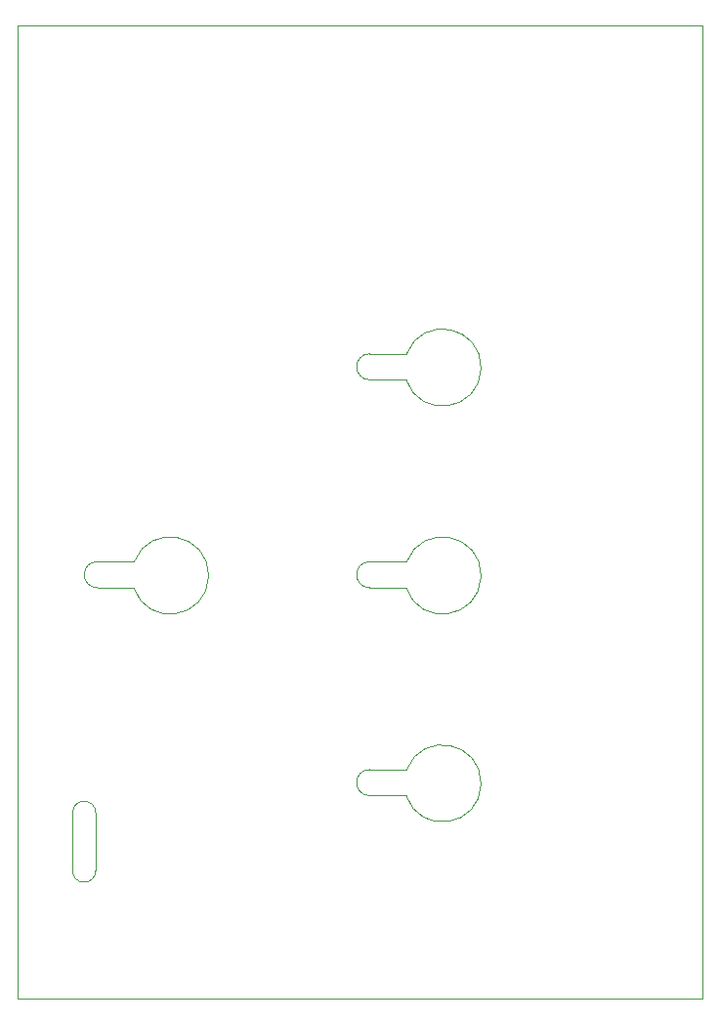
<source format=gbr>
%TF.GenerationSoftware,KiCad,Pcbnew,(7.0.0)*%
%TF.CreationDate,2023-03-15T21:07:42-04:00*%
%TF.ProjectId,headunit_controls,68656164-756e-4697-945f-636f6e74726f,rev?*%
%TF.SameCoordinates,Original*%
%TF.FileFunction,Profile,NP*%
%FSLAX46Y46*%
G04 Gerber Fmt 4.6, Leading zero omitted, Abs format (unit mm)*
G04 Created by KiCad (PCBNEW (7.0.0)) date 2023-03-15 21:07:42*
%MOMM*%
%LPD*%
G01*
G04 APERTURE LIST*
%TA.AperFunction,Profile*%
%ADD10C,0.100000*%
%TD*%
%TA.AperFunction,Profile*%
%ADD11C,0.120000*%
%TD*%
G04 APERTURE END LIST*
D10*
X106754000Y-173183000D02*
X106754000Y-168183000D01*
X106754000Y-168183000D02*
G75*
G03*
X104754000Y-168183000I-1000000J0D01*
G01*
X100000000Y-100000000D02*
X159344000Y-100000000D01*
X159344000Y-100000000D02*
X159344000Y-184300000D01*
X159344000Y-184300000D02*
X100000000Y-184300000D01*
X100000000Y-184300000D02*
X100000000Y-100000000D01*
X104754000Y-173183000D02*
G75*
G03*
X106754000Y-173183000I1000000J0D01*
G01*
X104754000Y-173183000D02*
X104754000Y-168183000D01*
D11*
%TO.C,BTR_3*%
X130506397Y-146438211D02*
X133706397Y-146438211D01*
X133656397Y-148688211D02*
X130506397Y-148688211D01*
X130506397Y-146438211D02*
G75*
G03*
X130506397Y-148688211I0J-1125000D01*
G01*
X133656398Y-148688210D02*
G75*
G03*
X133706059Y-146439092I3165602J1055210D01*
G01*
%TO.C,BTR_2*%
X130506397Y-128438211D02*
X133706397Y-128438211D01*
X133656397Y-130688211D02*
X130506397Y-130688211D01*
X130506397Y-128438211D02*
G75*
G03*
X130506397Y-130688211I0J-1125000D01*
G01*
X133656398Y-130688210D02*
G75*
G03*
X133706059Y-128439092I3165602J1055210D01*
G01*
%TO.C,BTR_1*%
X106897397Y-146438211D02*
X110097397Y-146438211D01*
X110047397Y-148688211D02*
X106897397Y-148688211D01*
X106897397Y-146438211D02*
G75*
G03*
X106897397Y-148688211I0J-1125000D01*
G01*
X110047398Y-148688210D02*
G75*
G03*
X110097059Y-146439092I3165602J1055210D01*
G01*
%TO.C,VOL_1*%
X130506397Y-164438211D02*
X133706397Y-164438211D01*
X133656397Y-166688211D02*
X130506397Y-166688211D01*
X130506397Y-164438211D02*
G75*
G03*
X130506397Y-166688211I0J-1125000D01*
G01*
X133656398Y-166688210D02*
G75*
G03*
X133706059Y-164439092I3165602J1055210D01*
G01*
%TD*%
M02*

</source>
